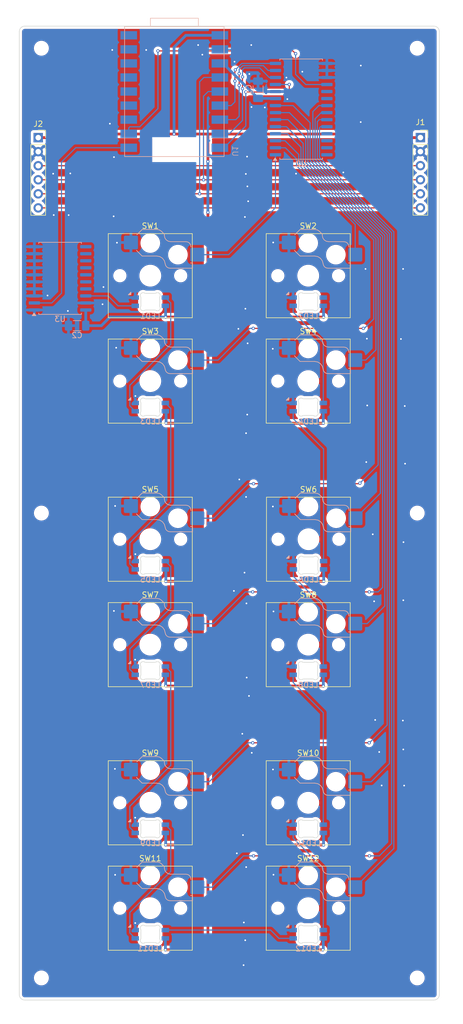
<source format=kicad_pcb>
(kicad_pcb (version 20241229) (generator "pcbnew") (generator_version "9.0")
  (layers (0 "F.Cu" signal) (2 "B.Cu" signal) (13 "F.Paste" user) (15 "B.Paste" user) (5 "F.SilkS" user "F.Silkscreen") (7 "B.SilkS" user "B.Silkscreen") (1 "F.Mask" user) (3 "B.Mask" user) (25 "Edge.Cuts" user))
  (net 0 "")
  (net 1 "Net-(J1-Pin_6)")
  (net 2 "Net-(U2-GPB0)")
  (net 4 "/~{MCP_RST}")
  (net 5 "Net-(U2-GPB1)")
  (net 7 "Net-(U2-GPB2)")
  (net 9 "Net-(U2-GPB3)")
  (net 14 "Net-(U2-GPB4)")
  (net 15 "Net-(U2-GPB5)")
  (net 16 "Net-(U2-GPB6)")
  (net 18 "Net-(U2-GPB7)")
  (net 19 "Net-(U2-GPA0)")
  (net 20 "Net-(U2-GPA1)")
  (net 21 "Net-(U2-GPA2)")
  (net 22 "Net-(U2-GPA3)")
  (net 23 "/MISO")
  (net 24 "/~{MCP_CS}")
  (net 25 "/MOSI")
  (net 26 "/SCK")
  (net 27 "Net-(LED1-DIN)")
  (net 28 "Net-(LED1-DOUT)")
  (net 30 "Net-(LED3-DOUT)")
  (net 32 "Net-(LED5-DOUT)")
  (net 34 "Net-(LED7-DOUT)")
  (net 37 "GND")
  (net 38 "5V")
  (net 39 "Net-(U1-V3V)")
  (net 40 "/SLC")
  (net 41 "/SDA")
  (net 42 "Net-(LED10-DIN)")
  (net 43 "Net-(LED10-DOUT)")
  (net 44 "Net-(LED11-DOUT)")
  (net 45 "Net-(U1-IO6)")
  (net 54 "Net-(LED2-DIN)")
  (net 55 "Net-(LED4-DIN)")
  (net 56 "Net-(LED6-DIN)")
  (net 57 "Net-(LED11-DIN)")
  (net 58 "Net-(J1-Pin_3)")
  (footprint "MountingHole:MountingHole_2.2mm_M2" (layer "F.Cu") (at 105.7625 25.044)
    (property "Reference" "H1" (hide yes))
    (property "Value" "MountingHole")
  )
  (footprint "PCM_Switch_Keyboard_Hotswap_Kailh:SW_Hotswap_Kailh_Choc_V1_1.50u" (layer "F.Cu") (at 154.0375 180.444)
    (property "Reference" "SW12")
    (property "Value" "SW_Push")
  )
  (footprint "MountingHole:MountingHole_2.2mm_M2" (layer "F.Cu") (at 105.7625 109.044)
    (property "Reference" "H3" (hide yes))
    (property "Value" "MountingHole")
  )
  (footprint "PCM_Switch_Keyboard_Hotswap_Kailh:SW_Hotswap_Kailh_Choc_V1_1.50u" (layer "F.Cu") (at 154.0375 85.194)
    (property "Reference" "SW4")
    (property "Value" "SW_Push")
  )
  (footprint "Tommy:PinSocket_1x06_P2.54mm_MagPogoHor_R" (layer "F.Cu") (at 106.4625 36.044)
    (property "Reference" "J2")
    (property "Value" "Conn_01x06")
  )
  (footprint "PCM_Switch_Keyboard_Hotswap_Kailh:SW_Hotswap_Kailh_Choc_V1_1.50u" (layer "F.Cu") (at 125.4625 66.144)
    (property "Reference" "SW1")
    (property "Value" "SW_Push")
  )
  (footprint "PCM_Switch_Keyboard_Hotswap_Kailh:SW_Hotswap_Kailh_Choc_V1_1.50u" (layer "F.Cu") (at 125.4625 180.444)
    (property "Reference" "SW11")
    (property "Value" "SW_Push")
  )
  (footprint "PCM_Switch_Keyboard_Hotswap_Kailh:SW_Hotswap_Kailh_Choc_V1_1.50u" (layer "F.Cu") (at 125.4625 132.819)
    (property "Reference" "SW7")
    (property "Value" "SW_Push")
  )
  (footprint "PCM_Switch_Keyboard_Hotswap_Kailh:SW_Hotswap_Kailh_Choc_V1_1.50u" (layer "F.Cu") (at 125.4625 85.194)
    (property "Reference" "SW3")
    (property "Value" "SW_Push")
  )
  (footprint "PCM_Switch_Keyboard_Hotswap_Kailh:SW_Hotswap_Kailh_Choc_V1_1.50u" (layer "F.Cu") (at 154.0375 161.394)
    (property "Reference" "SW10")
    (property "Value" "SW_Push")
  )
  (footprint "PCM_Switch_Keyboard_Hotswap_Kailh:SW_Hotswap_Kailh_Choc_V1_1.50u" (layer "F.Cu") (at 154.0375 66.144)
    (property "Reference" "SW2")
    (property "Value" "SW_Push")
  )
  (footprint "MountingHole:MountingHole_2.2mm_M2" (layer "F.Cu") (at 173.7625 109.044)
    (property "Reference" "H4" (hide yes))
    (property "Value" "MountingHole")
  )
  (footprint "PCM_Switch_Keyboard_Hotswap_Kailh:SW_Hotswap_Kailh_Choc_V1_1.50u" (layer "F.Cu") (at 154.0375 132.819)
    (property "Reference" "SW8")
    (property "Value" "SW_Push")
  )
  (footprint "PCM_Switch_Keyboard_Hotswap_Kailh:SW_Hotswap_Kailh_Choc_V1_1.50u" (layer "F.Cu") (at 154.0875 113.769)
    (property "Reference" "SW6")
    (property "Value" "SW_Push")
  )
  (footprint "MountingHole:MountingHole_2.2mm_M2" (layer "F.Cu") (at 173.7625 193.044)
    (property "Reference" "H6" (hide yes))
    (property "Value" "MountingHole")
  )
  (footprint "MountingHole:MountingHole_2.2mm_M2" (layer "F.Cu") (at 105.7625 193.044)
    (property "Reference" "H5" (hide yes))
    (property "Value" "MountingHole")
  )
  (footprint "Tommy:PinSocket_1x06_P2.54mm_MagPogoHor" (layer "F.Cu") (at 173.0575 36.034)
    (property "Reference" "J1")
    (property "Value" "Conn_01x06")
  )
  (footprint "PCM_Switch_Keyboard_Hotswap_Kailh:SW_Hotswap_Kailh_Choc_V1_1.50u" (layer "F.Cu") (at 125.4625 161.394)
    (property "Reference" "SW9")
    (property "Value" "SW_Push")
  )
  (footprint "PCM_Switch_Keyboard_Hotswap_Kailh:SW_Hotswap_Kailh_Choc_V1_1.50u" (layer "F.Cu") (at 125.4625 113.769)
    (property "Reference" "SW5")
    (property "Value" "SW_Push")
  )
  (footprint "MountingHole:MountingHole_2.2mm_M2" (layer "F.Cu") (at 173.7625 25.044)
    (property "Reference" "H2" (hide yes))
    (property "Value" "MountingHole")
  )
  (footprint "Package_SO:SOIC-20W_7.5x12.8mm_P1.27mm" (layer "B.Cu") (at 109.1425 66.624)
    (property "Reference" "U3")
    (property "Value" "74AHC541")
  )
  (footprint "PCM_marbastlib-choc:LED_choc_6028R-ROT" (layer "B.Cu") (at 125.4625 185.144)
    (property "Reference" "LED11")
    (property "Value" "SK6812MINI-E")
    (fp_line (start -1.699999 0.702843) (end -1.699999 -0.702841) (stroke (width 0.1)) (layer "Edge.Cuts"))
    (fp_line (start -0.794452 -1.499999) (end 0.794452 -1.499999) (stroke (width 0.1)) (layer "Edge.Cuts"))
    (fp_line (start 0.794452 1.5) (end -0.794453 1.5) (stroke (width 0.1)) (layer "Edge.Cuts"))
    (fp_line (start 1.699999 -0.702841) (end 1.699999 0.702843) (stroke (width 0.1)) (layer "Edge.Cuts"))
    (fp_arc (start -1.749484 -0.919719) (mid -1.712527 -0.814067) (end -1.699999 -0.702841) (stroke (width 0.1)) (layer "Edge.Cuts"))
    (fp_arc (start -1.749484 -0.919718) (mid -1.638072 -1.504034) (end -1.046711 -1.568298) (stroke (width 0.1)) (layer "Edge.Cuts"))
    (fp_arc (start -1.699999 0.702844) (mid -1.712527 0.814069) (end -1.749484 0.919721) (stroke (width 0.1)) (layer "Edge.Cuts"))
    (fp_arc (start -1.046711 1.568299) (mid -1.638071 1.504035) (end -1.749484 0.919721) (stroke (width 0.1)) (layer "Edge.Cuts"))
    (fp_arc (start -1.046711 1.568299) (mid -0.925123 1.517377) (end -0.794453 1.5) (stroke (width 0.1)) (layer "Edge.Cuts"))
    (fp_arc (start -0.794452 -1.499999) (mid -0.925123 -1.517376) (end -1.046711 -1.568298) (stroke (width 0.1)) (layer "Edge.Cuts"))
    (fp_arc (start 0.794453 1.500001) (mid 0.925123 1.517378) (end 1.046711 1.5683) (stroke (width 0.1)) (layer "Edge.Cuts"))
    (fp_arc (start 1.04671 -1.568298) (mid 0.925122 -1.517376) (end 0.794452 -1.499999) (stroke (width 0.1)) (layer "Edge.Cuts"))
    (fp_arc (start 1.046711 -1.568296) (mid 1.63807 -1.504033) (end 1.749484 -0.919719) (stroke (width 0.1)) (layer "Edge.Cuts"))
    (fp_arc (start 1.699999 -0.702842) (mid 1.712536 -0.814064) (end 1.749484 -0.919719) (stroke (width 0.1)) (layer "Edge.Cuts"))
    (fp_arc (start 1.749484 0.919721) (mid 1.638072 1.504036) (end 1.046711 1.5683) (stroke (width 0.1)) (layer "Edge.Cuts"))
    (fp_arc (start 1.749484 0.919721) (mid 1.712526 0.814069) (end 1.699999 0.702843) (stroke (width 0.1)) (layer "Edge.Cuts"))
  )
  (footprint "PCM_marbastlib-choc:LED_choc_6028R-ROT" (layer "B.Cu") (at 125.4625 137.519)
    (property "Reference" "LED7")
    (property "Value" "SK6812MINI-E")
    (fp_line (start -1.699999 0.702843) (end -1.699999 -0.702841) (stroke (width 0.1)) (layer "Edge.Cuts"))
    (fp_line (start -0.794452 -1.499999) (end 0.794452 -1.499999) (stroke (width 0.1)) (layer "Edge.Cuts"))
    (fp_line (start 0.794452 1.5) (end -0.794453 1.5) (stroke (width 0.1)) (layer "Edge.Cuts"))
    (fp_line (start 1.699999 -0.702841) (end 1.699999 0.702843) (stroke (width 0.1)) (layer "Edge.Cuts"))
    (fp_arc (start -1.749484 -0.919719) (mid -1.712527 -0.814067) (end -1.699999 -0.702841) (stroke (width 0.1)) (layer "Edge.Cuts"))
    (fp_arc (start -1.749484 -0.919718) (mid -1.638072 -1.504034) (end -1.046711 -1.568298) (stroke (width 0.1)) (layer "Edge.Cuts"))
    (fp_arc (start -1.699999 0.702844) (mid -1.712527 0.814069) (end -1.749484 0.919721) (stroke (width 0.1)) (layer "Edge.Cuts"))
    (fp_arc (start -1.046711 1.568299) (mid -1.638071 1.504035) (end -1.749484 0.919721) (stroke (width 0.1)) (layer "Edge.Cuts"))
    (fp_arc (start -1.046711 1.568299) (mid -0.925123 1.517377) (end -0.794453 1.5) (stroke (width 0.1)) (layer "Edge.Cuts"))
    (fp_arc (start -0.794452 -1.499999) (mid -0.925123 -1.517376) (end -1.046711 -1.568298) (stroke (width 0.1)) (layer "Edge.Cuts"))
    (fp_arc (start 0.794453 1.500001) (mid 0.925123 1.517378) (end 1.046711 1.5683) (stroke (width 0.1)) (layer "Edge.Cuts"))
    (fp_arc (start 1.04671 -1.568298) (mid 0.925122 -1.517376) (end 0.794452 -1.499999) (stroke (width 0.1)) (layer "Edge.Cuts"))
    (fp_arc (start 1.046711 -1.568296) (mid 1.63807 -1.504033) (end 1.749484 -0.919719) (stroke (width 0.1)) (layer "Edge.Cuts"))
    (fp_arc (start 1.699999 -0.702842) (mid 1.712536 -0.814064) (end 1.749484 -0.919719) (stroke (width 0.1)) (layer "Edge.Cuts"))
    (fp_arc (start 1.749484 0.919721) (mid 1.638072 1.504036) (end 1.046711 1.5683) (stroke (width 0.1)) (layer "Edge.Cuts"))
    (fp_arc (start 1.749484 0.919721) (mid 1.712526 0.814069) (end 1.699999 0.702843) (stroke (width 0.1)) (layer "Edge.Cuts"))
  )
  (footprint "PCM_marbastlib-choc:LED_choc_6028R-ROT" (layer "B.Cu") (at 125.4625 118.469)
    (property "Reference" "LED5")
    (property "Value" "SK6812MINI-E")
    (fp_line (start -1.699999 0.702843) (end -1.699999 -0.702841) (stroke (width 0.1)) (layer "Edge.Cuts"))
    (fp_line (start -0.794452 -1.499999) (end 0.794452 -1.499999) (stroke (width 0.1)) (layer "Edge.Cuts"))
    (fp_line (start 0.794452 1.5) (end -0.794453 1.5) (stroke (width 0.1)) (layer "Edge.Cuts"))
    (fp_line (start 1.699999 -0.702841) (end 1.699999 0.702843) (stroke (width 0.1)) (layer "Edge.Cuts"))
    (fp_arc (start -1.749484 -0.919719) (mid -1.712527 -0.814067) (end -1.699999 -0.702841) (stroke (width 0.1)) (layer "Edge.Cuts"))
    (fp_arc (start -1.749484 -0.919718) (mid -1.638072 -1.504034) (end -1.046711 -1.568298) (stroke (width 0.1)) (layer "Edge.Cuts"))
    (fp_arc (start -1.699999 0.702844) (mid -1.712527 0.814069) (end -1.749484 0.919721) (stroke (width 0.1)) (layer "Edge.Cuts"))
    (fp_arc (start -1.046711 1.568299) (mid -1.638071 1.504035) (end -1.749484 0.919721) (stroke (width 0.1)) (layer "Edge.Cuts"))
    (fp_arc (start -1.046711 1.568299) (mid -0.925123 1.517377) (end -0.794453 1.5) (stroke (width 0.1)) (layer "Edge.Cuts"))
    (fp_arc (start -0.794452 -1.499999) (mid -0.925123 -1.517376) (end -1.046711 -1.568298) (stroke (width 0.1)) (layer "Edge.Cuts"))
    (fp_arc (start 0.794453 1.500001) (mid 0.925123 1.517378) (end 1.046711 1.5683) (stroke (width 0.1)) (layer "Edge.Cuts"))
    (fp_arc (start 1.04671 -1.568298) (mid 0.925122 -1.517376) (end 0.794452 -1.499999) (stroke (width 0.1)) (layer "Edge.Cuts"))
    (fp_arc (start 1.046711 -1.568296) (mid 1.63807 -1.504033) (end 1.749484 -0.919719) (stroke (width 0.1)) (layer "Edge.Cuts"))
    (fp_arc (start 1.699999 -0.702842) (mid 1.712536 -0.814064) (end 1.749484 -0.919719) (stroke (width 0.1)) (layer "Edge.Cuts"))
    (fp_arc (start 1.749484 0.919721) (mid 1.638072 1.504036) (end 1.046711 1.5683) (stroke (width 0.1)) (layer "Edge.Cuts"))
    (fp_arc (start 1.749484 0.919721) (mid 1.712526 0.814069) (end 1.699999 0.702843) (stroke (width 0.1)) (layer "Edge.Cuts"))
  )
  (footprint "PCM_marbastlib-choc:LED_choc_6028R-ROT" (layer "B.Cu") (at 154.0375 70.844)
    (property "Reference" "LED2")
    (property "Value" "SK6812MINI-E")
    (fp_line (start -1.699999 0.702843) (end -1.699999 -0.702841) (stroke (width 0.1)) (layer "Edge.Cuts"))
    (fp_line (start -0.794452 -1.499999) (end 0.794452 -1.499999) (stroke (width 0.1)) (layer "Edge.Cuts"))
    (fp_line (start 0.794452 1.5) (end -0.794453 1.5) (stroke (width 0.1)) (layer "Edge.Cuts"))
    (fp_line (start 1.699999 -0.702841) (end 1.699999 0.702843) (stroke (width 0.1)) (layer "Edge.Cuts"))
    (fp_arc (start -1.749484 -0.919719) (mid -1.712527 -0.814067) (end -1.699999 -0.702841) (stroke (width 0.1)) (layer "Edge.Cuts"))
    (fp_arc (start -1.749484 -0.919718) (mid -1.638072 -1.504034) (end -1.046711 -1.568298) (stroke (width 0.1)) (layer "Edge.Cuts"))
    (fp_arc (start -1.699999 0.702844) (mid -1.712527 0.814069) (end -1.749484 0.919721) (stroke (width 0.1)) (layer "Edge.Cuts"))
    (fp_arc (start -1.046711 1.568299) (mid -1.638071 1.504035) (end -1.749484 0.919721) (stroke (width 0.1)) (layer "Edge.Cuts"))
    (fp_arc (start -1.046711 1.568299) (mid -0.925123 1.517377) (end -0.794453 1.5) (stroke (width 0.1)) (layer "Edge.Cuts"))
    (fp_arc (start -0.794452 -1.499999) (mid -0.925123 -1.517376) (end -1.046711 -1.568298) (stroke (width 0.1)) (layer "Edge.Cuts"))
    (fp_arc (start 0.794453 1.500001) (mid 0.925123 1.517378) (end 1.046711 1.5683) (stroke (width 0.1)) (layer "Edge.Cuts"))
    (fp_arc (start 1.04671 -1.568298) (mid 0.925122 -1.517376) (end 0.794452 -1.499999) (stroke (width 0.1)) (layer "Edge.Cuts"))
    (fp_arc (start 1.046711 -1.568296) (mid 1.63807 -1.504033) (end 1.749484 -0.919719) (stroke (width 0.1)) (layer "Edge.Cuts"))
    (fp_arc (start 1.699999 -0.702842) (mid 1.712536 -0.814064) (end 1.749484 -0.919719) (stroke (width 0.1)) (layer "Edge.Cuts"))
    (fp_arc (start 1.749484 0.919721) (mid 1.638072 1.504036) (end 1.046711 1.5683) (stroke (width 0.1)) (layer "Edge.Cuts"))
    (fp_arc (start 1.749484 0.919721) (mid 1.712526 0.814069) (end 1.699999 0.702843) (stroke (width 0.1)) (layer "Edge.Cuts"))
  )
  (footprint "PCM_marbastlib-choc:LED_choc_6028R-ROT" (layer "B.Cu") (at 154.0375 137.519)
    (property "Reference" "LED8")
    (property "Value" "SK6812MINI-E")
    (fp_line (start -1.699999 0.702843) (end -1.699999 -0.702841) (stroke (width 0.1)) (layer "Edge.Cuts"))
    (fp_line (start -0.794452 -1.499999) (end 0.794452 -1.499999) (stroke (width 0.1)) (layer "Edge.Cuts"))
    (fp_line (start 0.794452 1.5) (end -0.794453 1.5) (stroke (width 0.1)) (layer "Edge.Cuts"))
    (fp_line (start 1.699999 -0.702841) (end 1.699999 0.702843) (stroke (width 0.1)) (layer "Edge.Cuts"))
    (fp_arc (start -1.749484 -0.919719) (mid -1.712527 -0.814067) (end -1.699999 -0.702841) (stroke (width 0.1)) (layer "Edge.Cuts"))
    (fp_arc (start -1.749484 -0.919718) (mid -1.638072 -1.504034) (end -1.046711 -1.568298) (stroke (width 0.1)) (layer "Edge.Cuts"))
    (fp_arc (start -1.699999 0.702844) (mid -1.712527 0.814069) (end -1.749484 0.919721) (stroke (width 0.1)) (layer "Edge.Cuts"))
    (fp_arc (start -1.046711 1.568299) (mid -1.638071 1.504035) (end -1.749484 0.919721) (stroke (width 0.1)) (layer "Edge.Cuts"))
    (fp_arc (start -1.046711 1.568299) (mid -0.925123 1.517377) (end -0.794453 1.5) (stroke (width 0.1)) (layer "Edge.Cuts"))
    (fp_arc (start -0.794452 -1.499999) (mid -0.925123 -1.517376) (end -1.046711 -1.568298) (stroke (width 0.1)) (layer "Edge.Cuts"))
    (fp_arc (start 0.794453 1.500001) (mid 0.925123 1.517378) (end 1.046711 1.5683) (stroke (width 0.1)) (layer "Edge.Cuts"))
    (fp_arc (start 1.04671 -1.568298) (mid 0.925122 -1.517376) (end 0.794452 -1.499999) (stroke (width 0.1)) (layer "Edge.Cuts"))
    (fp_arc (start 1.046711 -1.568296) (mid 1.63807 -1.504033) (end 1.749484 -0.919719) (stroke (width 0.1)) (layer "Edge.Cuts"))
    (fp_arc (start 1.699999 -0.702842) (mid 1.712536 -0.814064) (end 1.749484 -0.919719) (stroke (width 0.1)) (layer "Edge.Cuts"))
    (fp_arc (start 1.749484 0.919721) (mid 1.638072 1.504036) (end 1.046711 1.5683) (stroke (width 0.1)) (layer "Edge.Cuts"))
    (fp_arc (start 1.749484 0.919721) (mid 1.712526 0.814069) (end 1.699999 0.702843) (stroke (width 0.1)) (layer "Edge.Cuts"))
  )
  (footprint "Capacitor_SMD:C_1206_3216Metric_Pad1.33x1.80mm_HandSolder" (layer "B.Cu") (at 144.9625 32.544 90)
    (property "Reference" "C1")
    (property "Value" "0.1uF")
  )
  (footprint "Package_SO:SOIC-28W_7.5x17.9mm_P1.27mm" (layer "B.Cu") (at 152.7625 36.044)
    (property "Reference" "U2")
    (property "Value" "MCP23S17_SO")
  )
  (footprint "PCM_marbastlib-choc:LED_choc_6028R-ROT" (layer "B.Cu") (at 154.0375 89.894)
    (property "Reference" "LED4")
    (property "Value" "SK6812MINI-E")
    (fp_line (start -1.699999 0.702843) (end -1.699999 -0.702841) (stroke (width 0.1)) (layer "Edge.Cuts"))
    (fp_line (start -0.794452 -1.499999) (end 0.794452 -1.499999) (stroke (width 0.1)) (layer "Edge.Cuts"))
    (fp_line (start 0.794452 1.5) (end -0.794453 1.5) (stroke (width 0.1)) (layer "Edge.Cuts"))
    (fp_line (start 1.699999 -0.702841) (end 1.699999 0.702843) (stroke (width 0.1)) (layer "Edge.Cuts"))
    (fp_arc (start -1.749484 -0.919719) (mid -1.712527 -0.814067) (end -1.699999 -0.702841) (stroke (width 0.1)) (layer "Edge.Cuts"))
    (fp_arc (start -1.749484 -0.919718) (mid -1.638072 -1.504034) (end -1.046711 -1.568298) (stroke (width 0.1)) (layer "Edge.Cuts"))
    (fp_arc (start -1.699999 0.702844) (mid -1.712527 0.814069) (end -1.749484 0.919721) (stroke (width 0.1)) (layer "Edge.Cuts"))
    (fp_arc (start -1.046711 1.568299) (mid -1.638071 1.504035) (end -1.749484 0.919721) (stroke (width 0.1)) (layer "Edge.Cuts"))
    (fp_arc (start -1.046711 1.568299) (mid -0.925123 1.517377) (end -0.794453 1.5) (stroke (width 0.1)) (layer "Edge.Cuts"))
    (fp_arc (start -0.794452 -1.499999) (mid -0.925123 -1.517376) (end -1.046711 -1.568298) (stroke (width 0.1)) (layer "Edge.Cuts"))
    (fp_arc (start 0.794453 1.500001) (mid 0.925123 1.517378) (end 1.046711 1.5683) (stroke (width 0.1)) (layer "Edge.Cuts"))
    (fp_arc (start 1.04671 -1.568298) (mid 0.925122 -1.517376) (end 0.794452 -1.499999) (stroke (width 0.1)) (layer "Edge.Cuts"))
    (fp_arc (start 1.046711 -1.568296) (mid 1.63807 -1.504033) (end 1.749484 -0.919719) (stroke (width 0.1)) (layer "Edge.Cuts"))
    (fp_arc (start 1.699999 -0.702842) (mid 1.712536 -0.814064) (end 1.749484 -0.919719) (stroke (width 0.1)) (layer "Edge.Cuts"))
    (fp_arc (start 1.749484 0.919721) (mid 1.638072 1.504036) (end 1.046711 1.5683) (stroke (width 0.1)) (layer "Edge.Cuts"))
    (fp_arc (start 1.749484 0.919721) (mid 1.712526 0.814069) (end 1.699999 0.702843) (stroke (width 0.1)) (layer "Edge.Cuts"))
  )
  (footprint "PCM_marbastlib-choc:LED_choc_6028R-ROT" (layer "B.Cu") (at 125.4625 70.844)
    (property "Reference" "LED1")
    (property "Value" "SK6812MINI-E")
    (fp_line (start -1.699999 0.702843) (end -1.699999 -0.702841) (stroke (width 0.1)) (layer "Edge.Cuts"))
    (fp_line (start -0.794452 -1.499999) (end 0.794452 -1.499999) (stroke (width 0.1)) (layer "Edge.Cuts"))
    (fp_line (start 0.794452 1.5) (end -0.794453 1.5) (stroke (width 0.1)) (layer "Edge.Cuts"))
    (fp_line (start 1.699999 -0.702841) (end 1.699999 0.702843) (stroke (width 0.1)) (layer "Edge.Cuts"))
    (fp_arc (start -1.749484 -0.919719) (mid -1.712527 -0.814067) (end -1.699999 -0.702841) (stroke (width 0.1)) (layer "Edge.Cuts"))
    (fp_arc (start -1.749484 -0.919718) (mid -1.638072 -1.504034) (end -1.046711 -1.568298) (stroke (width 0.1)) (layer "Edge.Cuts"))
    (fp_arc (start -1.699999 0.702844) (mid -1.712527 0.814069) (end -1.749484 0.919721) (stroke (width 0.1)) (layer "Edge.Cuts"))
    (fp_arc (start -1.046711 1.568299) (mid -1.638071 1.504035) (end -1.749484 0.919721) (stroke (width 0.1)) (layer "Edge.Cuts"))
    (fp_arc (start -1.046711 1.568299) (mid -0.925123 1.517377) (end -0.794453 1.5) (stroke (width 0.1)) (layer "Edge.Cuts"))
    (fp_arc (start -0.794452 -1.499999) (mid -0.925123 -1.517376) (end -1.046711 -1.568298) (stroke (width 0.1)) (layer "Edge.Cuts"))
    (fp_arc (start 0.794453 1.500001) (mid 0.925123 1.517378) (end 1.046711 1.5683) (stroke (width 0.1)) (layer "Edge.Cuts"))
    (fp_arc (start 1.04671 -1.568298) (mid 0.925122 -1.517376) (end 0.794452 -1.499999) (stroke (width 0.1)) (layer "Edge.Cuts"))
    (fp_arc (start 1.046711 -1.568296) (mid 1.63807 -1.504033) (end 1.749484 -0.919719) (stroke (width 0.1)) (layer "Edge.Cuts"))
    (fp_arc (start 1.699999 -0.702842) (mid 1.712536 -0.814064) (end 1.749484 -0.919719) (stroke (width 0.1)) (layer "Edge.Cuts"))
    (fp_arc (start 1.749484 0.919721) (mid 1.638072 1.504036) (end 1.046711 1.5683) (stroke (width 0.1)) (layer "Edge.Cuts"))
    (fp_arc (start 1.749484 0.919721) (mid 1.712526 0.814069) (end 1.699999 0.702843) (stroke (width 0.1)) (layer "Edge.Cuts"))
  )
  (footprint "PCM_marbastlib-choc:LED_choc_6028R-ROT" (layer "B.Cu") (at 154.0375 185.144)
    (property "Reference" "LED12")
    (property "Value" "SK6812MINI-E")
    (fp_line (start -1.699999 0.702843) (end -1.699999 -0.702841) (stroke (width 0.1)) (layer "Edge.Cuts"))
    (fp_line (start -0.794452 -1.499999) (end 0.794452 -1.499999) (stroke (width 0.1)) (layer "Edge.Cuts"))
    (fp_line (start 0.794452 1.5) (end -0.794453 1.5) (stroke (width 0.1)) (layer "Edge.Cuts"))
    (fp_line (start 1.699999 -0.702841) (end 1.699999 0.702843) (stroke (width 0.1)) (layer "Edge.Cuts"))
    (fp_arc (start -1.749484 -0.919719) (mid -1.712527 -0.814067) (end -1.699999 -0.702841) (stroke (width 0.1)) (layer "Edge.Cuts"))
    (fp_arc (start -1.749484 -0.919718) (mid -1.638072 -1.504034) (end -1.046711 -1.568298) (stroke (width 0.1)) (layer "Edge.Cuts"))
    (fp_arc (start -1.699999 0.702844) (mid -1.712527 0.814069) (end -1.749484 0.919721) (stroke (width 0.1)) (layer "Edge.Cuts"))
    (fp_arc (start -1.046711 1.568299) (mid -1.638071 1.504035) (end -1.749484 0.919721) (stroke (width 0.1)) (layer "Edge.Cuts"))
    (fp_arc (start -1.046711 1.568299) (mid -0.925123 1.517377) (end -0.794453 1.5) (stroke (width 0.1)) (layer "Edge.Cuts"))
    (fp_arc (start -0.794452 -1.499999) (mid -0.925123 -1.517376) (end -1.046711 -1.568298) (stroke (width 0.1)) (layer "Edge.Cuts"))
    (fp_arc (start 0.794453 1.500001) (mid 0.925123 1.517378) (end 1.046711 1.5683) (stroke (width 0.1)) (layer "Edge.Cuts"))
    (fp_arc (start 1.04671 -1.568298) (mid 0.925122 -1.517376) (end 0.794452 -1.499999) (stroke (width 0.1)) (layer "Edge.Cuts"))
    (fp_arc (start 1.046711 -1.568296) (mid 1.63807 -1.504033) (end 1.749484 -0.919719) (stroke (width 0.1)) (layer "Edge.Cuts"))
    (fp_arc (start 1.699999 -0.702842) (mid 1.712536 -0.814064) (end 1.749484 -0.919719) (stroke (width 0.1)) (layer "Edge.Cuts"))
    (fp_arc (start 1.749484 0.919721) (mid 1.638072 1.504036) (end 1.046711 1.5683) (stroke (width 0.1)) (layer "Edge.Cuts"))
    (fp_arc (start 1.749484 0.919721) (mid 1.712526 0.814069) (end 1.699999 0.702843) (stroke (width 0.1)) (layer "Edge.Cuts"))
  )
  (footprint "PCM_marbastlib-choc:LED_choc_6028R-ROT" (layer "B.Cu") (at 154.0875 118.469)
    (property "Reference" "LED6")
    (property "Value" "SK6812MINI-E")
    (fp_line (start -1.699999 0.702843) (end -1.699999 -0.702841) (stroke (width 0.1)) (layer "Edge.Cuts"))
    (fp_line (start -0.794452 -1.499999) (end 0.794452 -1.499999) (stroke (width 0.1)) (layer "Edge.Cuts"))
    (fp_line (start 0.794452 1.5) (end -0.794453 1.5) (stroke (width 0.1)) (layer "Edge.Cuts"))
    (fp_line (start 1.699999 -0.702841) (end 1.699999 0.702843) (stroke (width 0.1)) (layer "Edge.Cuts"))
    (fp_arc (start -1.749484 -0.919719) (mid -1.712527 -0.814067) (end -1.699999 -0.702841) (stroke (width 0.1)) (layer "Edge.Cuts"))
    (fp_arc (start -1.749484 -0.919718) (mid -1.638072 -1.504034) (end -1.046711 -1.568298) (stroke (width 0.1)) (layer "Edge.Cuts"))
    (fp_arc (start -1.699999 0.702844) (mid -1.712527 0.814069) (end -1.749484 0.919721) (stroke (width 0.1)) (layer "Edge.Cuts"))
    (fp_arc (start -1.046711 1.568299) (mid -1.638071 1.504035) (end -1.749484 0.919721) (stroke (width 0.1)) (layer "Edge.Cuts"))
    (fp_arc (start -1.046711 1.568299) (mid -0.925123 1.517377) (end -0.794453 1.5) (stroke (width 0.1)) (layer "Edge.Cuts"))
    (fp_arc (start -0.794452 -1.499999) (mid -0.925123 -1.517376) (end -1.046711 -1.568298) (stroke (width 0.1)) (layer "Edge.Cuts"))
    (fp_arc (start 0.794453 1.500001) (mid 0.925123 1.517378) (end 1.046711 1.5683) (stroke (width 0.1)) (layer "Edge.Cuts"))
    (fp_arc (start 1.04671 -1.568298) (mid 0.925122 -1.517376) (end 0.794452 -1.499999) (stroke (width 0.1)) (layer "Edge.Cuts"))
    (fp_arc (start 1.046711 -1.568296) (mid 1.63807 -1.504033) (end 1.749484 -0.919719) (stroke (width 0.1)) (layer "Edge.Cuts"))
    (fp_arc (start 1.699999 -0.702842) (mid 1.712536 -0.814064) (end 1.749484 -0.919719) (stroke (width 0.1)) (layer "Edge.Cuts"))
    (fp_arc (start 1.749484 0.919721) (mid 1.638072 1.504036) (end 1.046711 1.5683) (stroke (width 0.1)) (layer "Edge.Cuts"))
    (fp_arc (start 1.749484 0.919721) (mid 1.712526 0.814069) (end 1.699999 0.702843) (stroke (width 0.1)) (layer "Edge.Cuts"))
  )
  (footprint "JonathanAdams-Waveshare-ESP32:Waveshare-ESP32-C3-Zero" (layer "B.Cu") (at 130.3125 32.614 180)
    (property "Reference" "U1")
    (property "Value" "ESP32-C3")
  )
  (footprint "PCM_marbastlib-choc:LED_choc_6028R-ROT" (layer "B.Cu") (at 125.4625 89.894)
    (property "Reference" "LED3")
    (property "Value" "SK6812MINI-E")
    (fp_line (start -1.699999 0.702843) (end -1.699999 -0.702841) (stroke (width 0.1)) (layer "Edge.Cuts"))
    (fp_line (start -0.794452 -1.499999) (end 0.794452 -1.499999) (stroke (width 0.1)) (layer "Edge.Cuts"))
    (fp_line (start 0.794452 1.5) (end -0.794453 1.5) (stroke (width 0.1)) (layer "Edge.Cuts"))
    (fp_line (start 1.699999 -0.702841) (end 1.699999 0.702843) (stroke (width 0.1)) (layer "Edge.Cuts"))
    (fp_arc (start -1.749484 -0.919719) (mid -1.712527 -0.814067) (end -1.699999 -0.702841) (stroke (width 0.1)) (layer "Edge.Cuts"))
    (fp_arc (start -1.749484 -0.919718) (mid -1.638072 -1.504034) (end -1.046711 -1.568298) (stroke (width 0.1)) (layer "Edge.Cuts"))
    (fp_arc (start -1.699999 0.702844) (mid -1.712527 0.814069) (end -1.749484 0.919721) (stroke (width 0.1)) (layer "Edge.Cuts"))
    (fp_arc (start -1.046711 1.568299) (mid -1.638071 1.504035) (end -1.749484 0.919721) (stroke (width 0.1)) (layer "Edge.Cuts"))
    (fp_arc (start -1.046711 1.568299) (mid -0.925123 1.517377) (end -0.794453 1.5) (stroke (width 0.1)) (layer "Edge.Cuts"))
    (fp_arc (start -0.794452 -1.499999) (mid -0.925123 -1.517376) (end -1.046711 -1.568298) (stroke (width 0.1)) (layer "Edge.Cuts"))
    (fp_arc (start 0.794453 1.500001) (mid 0.925123 1.517378) (end 1.046711 1.5683) (stroke (width 0.1)) (layer "Edge.Cuts"))
    (fp_arc (start 1.04671 -1.568298) (mid 0.925122 -1.517376) (end 0.794452 -1.499999) (stroke (width 0.1)) (layer "Edge.Cuts"))
    (fp_arc (start 1.046711 -1.568296) (mid 1.63807 -1.504033) (end 1.749484 -0.919719) (stroke (width 0.1)) (layer "Edge.Cuts"))
    (fp_arc (start 1.699999 -0.702842) (mid 1.712536 -0.814064) (end 1.749484 -0.919719) (stroke (width 0.1)) (layer "Edge.Cuts"))
    (fp_arc (start 1.749484 0.919721) (mid 1.638072 1.504036) (end 1.046711 1.5683) (stroke (width 0.1)) (layer "Edge.Cuts"))
    (fp_arc (start 1.749484 0.919721) (mid 1.712526 0.814069) (end 1.699999 0.702843) (stroke (width 0.1)) (layer "Edge.Cuts"))
  )
  (footprint "PCM_marbastlib-choc:LED_choc_6028R-ROT" (layer "B.Cu") (at 125.4625 166.094)
    (property "Reference" "LED9")
    (property "Value" "SK6812MINI-E")
    (fp_line (start -1.699999 0.702843) (end -1.699999 -0.702841) (stroke (width 0.1)) (layer "Edge.Cuts"))
    (fp_line (start -0.794452 -1.499999) (end 0.794452 -1.499999) (stroke (width 0.1)) (layer "Edge.Cuts"))
    (fp_line (start 0.794452 1.5) (end -0.794453 1.5) (stroke (width 0.1)) (layer "Edge.Cuts"))
    (fp_line (start 1.699999 -0.702841) (end 1.699999 0.702843) (stroke (width 0.1)) (layer "Edge.Cuts"))
    (fp_arc (start -1.749484 -0.919719) (mid -1.712527 -0.814067) (end -1.699999 -0.702841) (stroke (width 0.1)) (layer "Edge.Cuts"))
    (fp_arc (start -1.749484 -0.919718) (mid -1.638072 -1.504034) (end -1.046711 -1.568298) (stroke (width 0.1)) (layer "Edge.Cuts"))
    (fp_arc (start -1.699999 0.702844) (mid -1.712527 0.814069) (end -1.749484 0.919721) (stroke (width 0.1)) (layer "Edge.Cuts"))
    (fp_arc (start -1.046711 1.568299) (mid -1.638071 1.504035) (end -1.749484 0.919721) (stroke (width 0.1)) (layer "Edge.Cuts"))
    (fp_arc (start -1.046711 1.568299) (mid -0.925123 1.517377) (end -0.794453 1.5) (stroke (width 0.1)) (layer "Edge.Cuts"))
    (fp_arc (start -0.794452 -1.499999) (mid -0.925123 -1.517376) (end -1.046711 -1.568298) (stroke (width 0.1)) (layer "Edge.Cuts"))
    (fp_arc (start 0.794453 1.500001) (mid 0.925123 1.517378) (end 1.046711 1.5683) (stroke (width 0.1)) (layer "Edge.Cuts"))
    (fp_arc (start 1.04671 -1.568298) (mid 0.925122 -1.517376) (end 0.794452 -1.499999) (stroke (width 0.1)) (layer "Edge.Cuts"))
    (fp_arc (start 1.046711 -1.568296) (mid 1.63807 -1.504033) (end 1.749484 -0.919719) (stroke (width 0.1)) (layer "Edge.Cuts"))
    (fp_arc (start 1.699999 -0.702842) (mid 1.712536 -0.814064) (end 1.749484 -0.919719) (stroke (width 0.1)) (layer "Edge.Cuts"))
    (fp_arc (start 1.749484 0.919721) (mid 1.638072 1.504036) (end 1.046711 1.5683) (stroke (width 0.1)) (layer "Edge.Cuts"))
    (fp_arc (start 1.749484 0.919721) (mid 1.712526 0.814069) (end 1.699999 0.702843) (stroke (width 0.1)) (layer "Edge.Cuts"))
  )
  (footprint "PCM_marbastlib-choc:LED_choc_6028R-ROT" (layer "B.Cu") (at 154.0375 166.094)
    (property "Reference" "LED10")
    (property "Value" "SK6812MINI-E")
    (fp_line (start -1.699999 0.702843) (end -1.699999 -0.702841) (stroke (width 0.1)) (layer "Edge.Cuts"))
    (fp_line (start -0.794452 -1.499999) (end 0.794452 -1.499999) (stroke (width 0.1)) (layer "Edge.Cuts"))
    (fp_line (start 0.794452 1.5) (end -0.794453 1.5) (stroke (width 0.1)) (layer "Edge.Cuts"))
    (fp_line (start 1.699999 -0.702841) (end 1.699999 0.702843) (stroke (width 0.1)) (layer "Edge.Cuts"))
    (fp_arc (start -1.749484 -0.919719) (mid -1.712527 -0.814067) (end -1.699999 -0.702841) (stroke (width 0.1)) (layer "Edge.Cuts"))
    (fp_arc (start -1.749484 -0.919718) (mid -1.638072 -1.504034) (end -1.046711 -1.568298) (stroke (width 0.1)) (layer "Edge.Cuts"))
    (fp_arc (start -1.699999 0.702844) (mid -1.712527 0.814069) (end -1.749484 0.919721) (stroke (width 0.1)) (layer "Edge.Cuts"))
    (fp_arc (start -1.046711 1.568299) (mid -1.638071 1.504035) (end -1.749484 0.919721) (stroke (width 0.1)) (layer "Edge.Cuts"))
    (fp_arc (start -1.046711 1.568299) (mid -0.925123 1.517377) (end -0.794453 1.5) (stroke (width 0.1)) (layer "Edge.Cuts"))
    (fp_arc (start -0.794452 -1.499999) (mid -0.925123 -1.517376) (end -1.046711 -1.568298) (stroke (width 0.1)) (layer "Edge.Cuts"))
    (fp_arc (start 0.794453 1.500001) (mid 0.925123 1.517378) (end 1.046711 1.5683) (stroke (width 0.1)) (layer "Edge.Cuts"))
    (fp_arc (start 1.04671 -1.568298) (mid 0.925122 -1.517376) (end 0.794452 -1.499999) (stroke (width 0.1)) (layer "Edge.Cuts"))
    (fp_arc (start 1.046711 -1.568296) (mid 1.63807 -1.504033) (end 1.749484 -0.919719) (stroke (width 0.1)) (layer "Edge.Cuts"))
    (fp_arc (start 1.699999 -0.702842) (mid 1.712536 -0.814064) (end 1.749484 -0.919719) (stroke (width 0.1)) (layer "Edge.Cuts"))
    (fp_arc (start 1.749484 0.919721) (mid 1.638072 1.504036) (end 1.046711 1.5683) (stroke (width 0.1)) (layer "Edge.Cuts"))
    (fp_arc (start 1.749484 0.919721) (mid 1.712526 0.814069) (end 1.699999 0.702843) (stroke (width 0.1)) (layer "Edge.Cuts"))
  )
  (footprint "Capacitor_SMD:C_1206_3216Metric_Pad1.33x1.80mm_HandSolder" (layer "B.Cu") (at 112.225 75.174 180)
    (property "Reference" "C2")
    (property "Value" "0.1uF")
  )
  (gr_arc (start 101.7625 22.044) (mid 102.055393 21.336893) (end 102.7625 21.044) (stroke (width 0.1)) (layer "Edge.Cuts"))
  (gr_arc (start 102.7625 197.044) (mid 102.055393 196.751107) (end 101.7625 196.044) (stroke (width 0.1)) (layer "Edge.Cuts"))
  (gr_line (start 101.7625 196.044) (end 101.7625 22.044) (stroke (width 0.1)) (layer "Edge.Cuts"))
  (gr_line (start 102.7625 21.044) (end 176.7625 21.044) (stroke (width 0.1)) (layer "Edge.Cuts"))
  (gr_line (start 177.7625 22.044) (end 177.7625 196.044) (stroke (width 0.1)) (layer "Edge.Cuts"))
  (gr_arc (start 176.7625 21.044) (mid 177.469607 21.336893) (end 177.7625 22.044) (stroke (width 0.1)) (layer "Edge.Cuts"))
  (gr_arc (start 177.7625 196.044) (mid 177.469607 196.751107) (end 176.7625 197.044) (stroke (width 0.1)) (layer "Edge.Cuts"))
  (gr_line (start 176.7625 197.044) (end 102.7625 197.044) (stroke (width 0.1)) (layer "Edge.Cuts"))
  (segment (start 174.0225 54.194) (end 174.3325 53.884) (width 0.2) (layer "F.Cu") (net 1))
  (segment (start 105.1875 53.894) (end 174.3225 53.894) (width 0.2) (layer "F.Cu") (net 1))
  (segment (start 174.3225 53.894) (end 174.3325 53.884) (width 0.2) (layer "F.Cu") (net 1))
  (segment (start 148.1125 53.864) (end 148.1125 44.299) (width 0.2) (layer "B.Cu") (net 2))
  (segment (start 139.6325 62.344) (end 148.1125 53.864) (width 0.2) (layer "B.Cu") (net 2))
  (segment (start 133.9625 62.344) (end 139.6325 62.344) (width 0.2) (layer "B.Cu") (net 2))
  (segment (start 151.2525 25.524) (end 126.8525 25.524) (width 0.2) (layer "F.Cu") (net 4))
  (segment (start 151.7525 26.024) (end 151.2525 25.524) (width 0.2) (layer "F.Cu") (net 4))
  (via (at 126.8525 25.524) (size 0.6) (drill 0.3) (layers "F.Cu" "B.Cu") (net 4))
  (via (at 151.7525 26.024) (size 0.6) (drill 0.3) (layers "F.Cu" "B.Cu") (net 4))
  (segment (start 121.7725 39.234) (end 121.5625 39.444) (width 0.2) (layer "B.Cu") (net 4))
  (segment (start 157.4125 31.599) (end 153.589468 31.599) (width 0.2) (layer "B.Cu") (net 4))
  (segment (start 151.7525 29.762032) (end 151.7525 26.024) (width 0.2) (layer "B.Cu") (net 4))
  (segment (start 153.589468 31.599) (end 151.7525 29.762032) (width 0.2) (layer "B.Cu") (net 4))
  (segment (start 121.5625 39.444) (end 121.5625 40.484) (width 0.2) (layer "B.Cu") (net 4))
  (segment (start 123.5625 39.234) (end 121.7725 39.234) (width 0.2) (layer "B.Cu") (net 4))
  (segment (start 126.8525 25.524) (end 126.8525 35.944) (width 0.2) (layer "B.Cu") (net 4))
  (segment (start 126.8525 35.944) (end 123.5625 39.234) (width 0.2) (layer "B.Cu") (net 4))
  (segment (start 151.9185 45.034) (end 149.9135 43.029) (width 0.2) (layer "B.Cu") (net 5))
  (segment (start 162.5375 62.344) (end 162.5375 56.9) (width 0.2) (layer "B.Cu") (net 5))
  (segment (start 162.5375 56.9) (end 151.9185 46.281) (width 0.2) (layer "B.Cu") (net 5))
  (segment (start 149.9135 43.029) (end 148.1125 43.029) (width 0.2) (layer "B.Cu") (net 5))
  (segment (start 151.9185 46.281) (end 151.9185 45.034) (width 0.2) (layer "B.Cu") (net 5))
  (segment (start 164.0125 75.664) (end 144.0925 75.664) (width 0.2) (layer "F.Cu") (net 7))
  (via (at 144.0925 75.664) (size 0.6) (drill 0.3) (layers "F.Cu" "B.Cu") (net 7))
  (via (at 164.0125 75.664) (size 0.6) (drill 0.3) (layers "F.Cu" "B.Cu") (net 7))
  (segment (start 164.0125 75.664) (end 164.1925 75.664) (width 0.2) (layer "B.Cu") (net 7))
  (segment (start 152.3195 46.1149) (end 152.3195 44.238101) (width 0.2) (layer "B.Cu") (net 7))
  (segment (start 165.8875 59.6829) (end 152.3195 46.1149) (width 0.2) (layer "B.Cu") (net 7))
  (segment (start 143.4625 75.664) (end 144.0925 75.664) (width 0.2) (layer "B.Cu") (net 7))
  (segment (start 165.8875 73.969) (end 165.8875 59.6829) (width 0.2) (layer "B.Cu") (net 7))
  (segment (start 133.9625 81.394) (end 137.7325 81.394) (width 0.2) (layer "B.Cu") (net 7))
  (segment (start 152.3195 44.238101) (end 149.840399 41.759) (width 0.2) (layer "B.Cu") (net 7))
  (segment (start 137.7325 81.394) (end 143.4625 75.664) (width 0.2) (layer "B.Cu") (net 7))
  (segment (start 149.840399 41.759) (end 148.1125 41.759) (width 0.2) (layer "B.Cu") (net 7))
  (segment (start 164.1925 75.664) (end 165.8875 73.969) (width 0.2) (layer "B.Cu") (net 7))
  (segment (start 150.2804 40.489) (end 148.1125 40.489) (width 0.2) (layer "B.Cu") (net 9))
  (segment (start 152.7205 42.9291) (end 150.2804 40.489) (width 0.2) (layer "B.Cu") (net 9))
  (segment (start 166.2885 79.557) (end 166.2885 59.5168) (width 0.2) (layer "B.Cu") (net 9))
  (segment (start 166.2885 59.5168) (end 152.7205 45.9488) (width 0.2) (layer "B.Cu") (net 9))
  (segment (start 162.5375 81.394) (end 164.4515 81.394) (width 0.2) (layer "B.Cu") (net 9))
  (segment (start 164.4515 81.394) (end 166.2885 79.557) (width 0.2) (layer "B.Cu") (net 9))
  (segment (start 152.7205 45.9488) (end 152.7205 42.9291) (width 0.2) (layer "B.Cu") (net 9))
  (segment (start 163.2925 103.734) (end 163.3875 103.639) (width 0.2) (layer "F.Cu") (net 14))
  (segment (start 144.1425 103.734) (end 163.2925 103.734) (width 0.2) (layer "F.Cu") (net 14))
  (via (at 144.1425 103.734) (size 0.6) (drill 0.3) (layers "F.Cu" "B.Cu") (net 14))
  (via (at 163.3875 103.639) (size 0.6) (drill 0.3) (layers "F.Cu" "B.Cu") (net 14))
  (segment (start 136.9675 109.969) (end 143.2025 103.734) (width 0.2) (layer "B.Cu") (net 14))
  (segment (start 143.2025 103.734) (end 144.1425 103.734) (width 0.2) (layer "B.Cu") (net 14))
  (segment (start 133.9625 109.969) (end 136.9675 109.969) (width 0.2) (layer "B.Cu") (net 14))
  (segment (start 150.1104 39.219) (end 148.1125 39.219) (width 0.2) (layer "B.Cu") (net 14))
  (segment (start 163.2925 103.734) (end 163.3875 103.639) (width 0.2) (layer "B.Cu") (net 14))
  (segment (start 163.3875 103.639) (end 166.6895 100.337) (width 0.2) (layer "B.Cu") (net 14))
  (segment (start 166.6895 100.337) (end 166.6895 59.3507) (width 0.2) (layer "B.Cu") (net 14))
  (segment (start 153.1215 45.7827) (end 153.1215 42.2301) (width 0.2) (layer "B.Cu") (net 14))
  (segment (start 153.1215 42.2301) (end 150.1104 39.219) (width 0.2) (layer "B.Cu") (net 14))
  (segment (start 166.6895 59.3507) (end 153.1215 45.7827) (width 0.2) (layer "B.Cu") (net 14))
  (segment (start 153.5805 45.6746) (end 153.5805 41.162) (width 0.2) (layer "B.Cu") (net 15))
  (segment (start 153.5805 41.162) (end 150.3675 37.949) (width 0.2) (layer "B.Cu") (net 15))
  (segment (start 167.0905 59.1846) (end 153.5805 45.6746) (width 0.2) (layer "B.Cu") (net 15))
  (segment (start 162.5875 109.969) (end 167.0905 105.466) (width 0.2) (layer "B.Cu") (net 15))
  (segment (start 167.0905 105.466) (end 167.0905 59.1846) (width 0.2) (layer "B.Cu") (net 15))
  (segment (start 150.3675 37.949) (end 148.1125 37.949) (width 0.2) (layer "B.Cu") (net 15))
  (segment (start 143.9925 123.284) (end 165.0925 123.284) (width 0.2) (layer "F.Cu") (net 16))
  (via (at 143.9925 123.284) (size 0.6) (drill 0.3) (layers "F.Cu" "B.Cu") (net 16))
  (via (at 165.0925 123.284) (size 0.6) (drill 0.3) (layers "F.Cu" "B.Cu") (net 16))
  (segment (start 167.4915 122.485) (end 167.4915 59.0185) (width 0.2) (layer "B.Cu") (net 16))
  (segment (start 153.9815 45.5085) (end 153.9815 40.023) (width 0.2) (layer "B.Cu") (net 16))
  (segment (start 133.9625 129.019) (end 136.9275 129.019) (width 0.2) (layer "B.Cu") (net 16))
  (segment (start 167.4915 59.0185) (end 153.9815 45.5085) (width 0.2) (layer "B.Cu") (net 16))
  (segment (start 165.0925 123.284) (end 166.6925 123.284) (width 0.2) (layer "B.Cu") (net 16))
  (segment (start 153.9815 40.023) (end 150.6375 36.679) (width 0.2) (layer "B.Cu") (net 16))
  (segment (start 136.9275 129.019) (end 142.6625 123.284) (width 0.2) (layer "B.Cu") (net 16))
  (segment (start 150.6375 36.679) (end 148.1125 36.679) (width 0.2) (layer "B.Cu") (net 16))
  (segment (start 166.6925 123.284) (end 167.4915 122.485) (width 0.2) (layer "B.Cu") (net 16))
  (segment (start 142.6625 123.284) (end 143.9925 123.284) (width 0.2) (layer "B.Cu") (net 16))
  (segment (start 167.8925 58.8524) (end 154.3825 45.3424) (width 0.2) (layer "B.Cu") (net 18))
  (segment (start 154.3825 45.3424) (end 154.3825 38.504) (width 0.2) (layer "B.Cu") (net 18))
  (segment (start 167.8925 125.824) (end 167.8925 58.8524) (width 0.2) (layer "B.Cu") (net 18))
  (segment (start 162.5375 129.019) (end 164.6975 129.019) (width 0.2) (layer "B.Cu") (net 18))
  (segment (start 164.6975 129.019) (end 167.8925 125.824) (width 0.2) (layer "B.Cu") (net 18))
  (segment (start 154.3825 38.504) (end 151.2875 35.409) (width 0.2) (layer "B.Cu") (net 18))
  (segment (start 151.2875 35.409) (end 148.1125 35.409) (width 0.2) (layer "B.Cu") (net 18))
  (segment (start 144.0025 150.554) (end 165.0625 150.554) (width 0.2) (layer "F.Cu") (net 19))
  (via (at 144.0025 150.554) (size 0.6) (drill 0.3) (layers "F.Cu" "B.Cu") (net 19))
  (via (at 165.0625 150.554) (size 0.6) (drill 0.3) (layers "F.Cu" "B.Cu") (net 19))
  (segment (start 168.3225 58.7153) (end 154.8795 45.2723) (width 0.2) (layer "B.Cu") (net 19))
  (segment (start 168.3225 147.354) (end 168.3225 58.7153) (width 0.2) (layer "B.Cu") (net 19))
  (segment (start 155.9675 35.409) (end 157.4125 35.409) (width 0.2) (layer "B.Cu") (net 19))
  (segment (start 165.0625 150.554) (end 165.1225 150.554) (width 0.2) (layer "B.Cu") (net 19))
  (segment (start 133.9625 157.594) (end 136.1325 157.594) (width 0.2) (layer "B.Cu") (net 19))
  (segment (start 143.1725 150.554) (end 144.0025 150.554) (width 0.2) (layer "B.Cu") (net 19))
  (segment (start 165.1225 150.554) (end 168.3225 147.354) (width 0.2) (layer "B.Cu") (net 19))
  (segment (start 154.8795 45.2723) (end 154.8795 36.497) (width 0.2) (layer "B.Cu") (net 19))
  (segment (start 154.8795 36.497) (end 155.9675 35.409) (width 0.2) (layer "B.Cu") (net 19))
  (segment (start 136.1325 157.594) (end 143.1725 150.554) (width 0.2) (layer "B.Cu") (net 19))
  (segment (start 168.7235 58.5492) (end 155.2805 45.1062) (width 0.2) (layer "B.Cu") (net 20))
  (segment (start 156.387501 36.679) (end 157.4125 36.679) (width 0.2) (layer "B.Cu") (net 20))
  (segment (start 168.7235 154.303) (end 168.7235 58.5492) (width 0.2) (layer "B.Cu") (net 20))
  (segment (start 165.4325 157.594) (end 168.7235 154.303) (width 0.2) (layer "B.Cu") (net 20))
  (segment (start 155.2805 45.1062) (end 155.2805 37.786001) (width 0.2) (layer "B.Cu") (net 20))
  (segment (start 155.2805 37.786001) (end 156.387501 36.679) (width 0.2) (layer "B.Cu") (net 20))
  (segment (start 162.5375 157.594) (end 165.4325 157.594) (width 0.2) (layer "B.Cu") (net 20))
  (segment (start 144.1425 170.984) (end 165.1125 170.984) (width 0.2) (layer "F.Cu") (net 21))
  (via (at 144.1425 170.984) (size 0.6) (drill 0.3) (layers "F.Cu" "B.Cu") (net 21))
  (via (at 165.1125 170.984) (size 0.6) (drill 0.3) (layers "F.Cu" "B.Cu") (net 21))
  (segment (start 169.1245 58.3831) (end 155.6815 44.9401) (width 0.2) (layer "B.Cu") (net 21))
  (segment (start 155.6815 38.305) (end 156.0375 37.949) (width 0.2) (layer "B.Cu") (net 21))
  (segment (start 133.9625 176.644) (end 136.6625 176.644) (width 0.2) (layer "B.Cu") (net 21))
  (segment (start 156.0375 37.949) (end 157.4125 37.949) (width 0.2) (layer "B.Cu") (net 21))
  (segment (start 165.1125 170.984) (end 166.9125 170.984) (width 0.2) (layer "B.Cu") (net 21))
  (segment (start 169.1245 168.772) (end 169.1245 58.3831) (width 0.2) (layer "B.Cu") (net 21))
  (segment (start 136.6625 176.644) (end 142.3225 170.984) (width 0.2) (layer "B.Cu") (net 21))
  (segment (start 155.6815 44.9401) (end 155.6815 38.305) (width 0.2) (layer "B.Cu") (net 21))
  (segment (start 166.9125 170.984) (end 169.1245 168.772) (width 0.2) (layer "B.Cu") (net 21))
  (segment (start 142.3225 170.984) (end 144.1425 170.984) (width 0.2) (layer "B.Cu") (net 21))
  (segment (start 169.5255 58.217) (end 169.5255 169.656) (width 0.2) (layer "B.Cu") (net 22))
  (segment (start 157.4125 39.219) (end 156.2675 39.219) (width 0.2) (layer "B.Cu") (net 22))
  (segment (start 156.0825 44.774) (end 169.5255 58.217) (width 0.2) (layer "B.Cu") (net 22))
  (segment (start 169.5255 169.656) (end 162.5375 176.644) (width 0.2) (layer "B.Cu") (net 22))
  (segment (start 156.0825 39.404) (end 156.0825 44.774) (width 0.2) (layer "B.Cu") (net 22))
  (segment (start 156.2675 39.219) (end 156.0825 39.404) (width 0.2) (layer "B.Cu") (net 22))
  (segment (start 140.7725 29.034) (end 140.861581 28.944919) (width 0.2) (layer "F.Cu") (net 23))
  (segment (start 140.775919 30.980581) (end 140.7725 30.977162) (width 0.2) (layer "F.Cu") (net 23))
  (segment (start 140.7725 30.977162) (end 140.7725 29.034) (width 0.2) (layer "F.Cu") (net 23))
  (via (at 140.775919 30.980581) (size 0.6) (drill 0.3) (layers "F.Cu" "B.Cu") (net 23))
  (via (at 140.861581 28.944919) (size 0.6) (drill 0.3) (layers "F.Cu" "B.Cu") (net 23))
  (segment (start 142.0175 27.789) (end 148.1125 27.789) (width 0.2) (layer "B.Cu") (net 23))
  (segment (start 140.775919 34.730581) (end 140.1025 35.404) (width 0.2) (layer "B.Cu") (net 23))
  (segment (start 140.1025 35.404) (end 138.0525 35.404) (width 0.2) (layer "B.Cu") (net 23))
  (segment (start 140.861581 28.944919) (end 142.0175 27.789) (width 0.2) (layer "B.Cu") (net 23))
  (segment (start 140.775919 30.980581) (end 140.775919 34.730581) (width 0.2) (layer "B.Cu") (net 23))
  (segment (start 150.6125 32.384) (end 150.045922 32.950578) (width 0.2) (layer "F.Cu") (net 24))
  (segment (start 150.045922 32.950578) (end 142.745919 32.950578) (width 0.2) (layer "F.Cu") (net 24))
  (segment (start 150.6125 31.584) (end 150.6125 32.384) (width 0.2) (layer "F.Cu") (net 24))
  (via (at 142.745919 32.950578) (size 0.6) (drill 0.3) (layers "F.Cu" "B.Cu") (net 24))
  (via (at 150.6125 31.584) (size 0.6) (drill 0.3) (layers "F.Cu" "B.Cu") (net 24))
  (segment (start 138.0525 43.024) (end 138.8025 43.024) (width 0.2) (layer "B.Cu") (net 24))
  (segment (start 150.5325 31.584) (end 150.5175 31.599) (width 0.2) (layer "B.Cu") (net 24))
  (segment (start 150.5175 31.599) (end 148.1125 31.599) (width 0.2) (layer "B.Cu") (net 24))
  (segment (start 142.745919 39.080581) (end 142.745919 32.950578) (width 0.2) (layer "B.Cu") (net 24))
  (segment (start 138.8025 43.024) (end 142.745919 39.080581) (width 0.2) (layer "B.Cu") (net 24))
  (segment (start 150.6125 31.584) (end 150.5325 31.584) (width 0.2) (layer "B.Cu") (net 24))
  (segment (start 141.545919 31.750581) (end 141.545919 29.630581) (width 0.2) (layer "F.Cu") (net 25))
  (segment (start 141.545919 29.630581) (end 141.546581 29.629919) (width 0.2) (layer "F.Cu") (net 25))
  (via (at 141.545919 31.750581) (size 0.6) (drill 0.3) (layers "F.Cu" "B.Cu") (net 25))
  (via (at 141.546581 29.629919) (size 0.6) (drill 0.3) (layers "F.Cu" "B.Cu") (net 25))
  (segment (start 141.545919 37.330581) (end 141.545919 31.750581) (width 0.2) (layer "B.Cu") (net 25))
  (segment (start 141.546581 29.629919) (end 141.546581 28.827019) (width 0.2) (layer "B.Cu") (net 25))
  (segment (start 140.9325 37.944) (end 141.545919 37.330581) (width 0.2) (layer "B.Cu") (net 25))
  (segment (start 145.9185 28.19) (end 146.7875 29.059) (width 0.2) (layer "B.Cu") (net 25))
  (segment (start 141.546581 28.827019) (end 142.1836 28.19) (width 0.2) (layer "B.Cu") (net 25))
  (segment (start 138.0525 37.944) (end 140.9325 37.944) (width 0.2) (layer "B.Cu") (net 25))
  (segment (start 146.7875 29.059) (end 148.1125 29.059) (width 0.2) (layer "B.Cu") (net 25))
  (segment (start 142.1836 28.19) (end 145.9185 28.19) (width 0.2) (layer "B.Cu") (net 25))
  (segment (start 142.145919 32.350578) (end 142.145919 30.219919) (width 0.2) (layer "F.Cu") (net 26))
  (via (at 142.145919 32.350578) (size 0.6) (drill 0.3) (layers "F.Cu" "B.Cu") (net 26))
  (via (at 142.145919 30.219919) (size 0.6) (drill 0.3) (layers "F.Cu" "B.Cu") (net 26))
  (segment (start 138.0525 40.484) (end 139.7525 40.484) (width 0.2) (layer "B.Cu") (net 26))
  (segment (start 146.9875 30.329) (end 148.1125 30.329) (width 0.2) (layer "B.Cu") (net 26))
  (segment (start 142.145919 30.219919) (end 142.145919 29.880524) (width 0.2) (layer "B.Cu") (net 26))
  (segment (start 142.4655 28.591) (end 145.2495 28.591) (width 0.2) (layer "B.Cu") (net 26))
  (segment (start 142.145919 38.090581) (end 142.145919 32.350578) (width 0.2) (layer "B.Cu") (net 26))
  (segment (start 139.7525 40.484) (end 142.145919 38.090581) (width 0.2) (layer "B.Cu") (net 26))
  (segment (start 142.147581 29.878862) (end 142.147581 28.908919) (width 0.2) (layer "B.Cu") (net 26))
  (segment (start 142.145919 29.880524) (end 142.147581 29.878862) (width 0.2) (layer "B.Cu") (net 26))
  (segment (start 145.2495 28.591) (end 146.9875 30.329) (width 0.2) (layer "B.Cu") (net 26))
  (segment (start 142.147581 28.908919) (end 142.4655 28.591) (width 0.2) (layer "B.Cu") (net 26))
  (segment (start 113.7925 69.799) (end 117.8275 69.799) (width 0.2) (layer "B.Cu") (net 27))
  (segment (start 119.6225 71.594) (end 122.7375 71.594) (width 0.2) (layer "B.Cu") (net 27))
  (segment (start 117.8275 69.799) (end 119.6225 71.594) (width 0.2) (layer "B.Cu") (net 27))
  (segment (start 121.7615 85.959093) (end 121.7615 89.668) (width 0.2) (layer "B.Cu") (net 28))
  (segment (start 129.1635 71.07) (end 129.1635 78.557093) (width 0.2) (layer "B.Cu") (net 28))
  (segment (start 129.1635 78.557093) (end 121.7615 85.959093) (width 0.2) (layer "B.Cu") (net 28))
  (segment (start 121.7615 89.668) (end 122.7375 90.644) (width 0.2) (layer "B.Cu") (net 28))
  (segment (start 128.1875 70.094) (end 129.1635 71.07) (width 0.2) (layer "B.Cu") (net 28))
  (segment (start 128.1875 89.144) (end 129.1635 90.12) (width 0.2) (layer "B.Cu") (net 30))
  (segment (start 129.1635 107.023) (end 121.7615 114.425) (width 0.2) (layer "B.Cu") (net 30))
  (segment (start 129.1635 90.12) (end 129.1635 107.023) (width 0.2) (layer "B.Cu") (net 30))
  (segment (start 121.7615 114.425) (end 121.7615 118.243) (width 0.2) (layer "B.Cu") (net 30))
  (segment (start 121.7615 118.243) (end 122.7375 119.219) (width 0.2) (layer "B.Cu") (net 30))
  (segment (start 121.7615 133.584093) (end 121.7615 137.293) (width 0.2) (layer "B.Cu") (net 32))
  (segment (start 129.1635 118.695) (end 129.1635 126.182093) (width 0.2) (layer "B.Cu") (net 32))
  (segment (start 128.1875 117.719) (end 129.1635 118.695) (width 0.2) (layer "B.Cu") (net 32))
  (segment (start 129.1635 126.182093) (end 121.7615 133.584093) (width 0.2) (layer "B.Cu") (net 32))
  (segment (start 121.7615 137.293) (end 122.7375 138.269) (width 0.2) (layer "B.Cu") (net 32))
  (segment (start 128.1875 136.769) (end 129.1635 137.745) (width 0.2) (layer "B.Cu") (net 34))
  (segment (start 121.7615 162.025) (end 121.7615 165.868) (width 0.2) (layer "B.Cu") (net 34))
  (segment (start 129.1635 137.745) (end 129.1635 154.623) (width 0.2) (layer "B.Cu") (net 34))
  (segment (start 121.7615 165.868) (end 122.7375 166.844) (width 0.2) (layer "B.Cu") (net 34))
  (segment (start 129.1635 154.623) (end 121.7615 162.025) (width 0.2) (layer "B.Cu") (net 34))
  (via (at 142.1125 148.924) (size 0.6) (drill 0.3) (layers "F.Cu" "B.Cu") (net 37))
  (via (at 151.8325 47.704) (size 0.6) (drill 0.3) (layers "F.Cu" "B.Cu") (net 37))
  (via (at 142.8125 173.014) (size 0.6) (drill 0.3) (layers "F.Cu" "B.Cu") (net 37))
  (via (at 122.7325 164.084) (size 0.6) (drill 0.3) (layers "F.Cu" "B.Cu") (net 37))
  (via (at 164.4025 64.924) (size 0.6) (drill 0.3) (layers "F.Cu" "B.Cu") (net 37))
  (via (at 147.7025 60.144) (size 0.6) (drill 0.3) (layers "F.Cu" "B.Cu") (net 37))
  (via (at 142.7525 47.754) (size 0.6) (drill 0.3) (layers "F.Cu" "B.Cu") (net 37))
  (via (at 118.8925 44.714) (size 0.6) (drill 0.3) (layers "F.Cu" "B.Cu") (net 37))
  (via (at 160.3925 47.484) (size 0.6) (drill 0.3) (layers "F.Cu" "B.Cu") (net 37))
  (via (at 171.1625 146.534) (size 0.6) (drill 0.3) (layers "F.Cu" "B.Cu") (net 37))
  (via (at 170.8125 77.584) (size 0.6) (drill 0.3) (layers "F.Cu" "B.Cu") (net 37))
  (via (at 143.3225 142.084) (size 0.6) (drill 0.3) (layers "F.Cu" "B.Cu") (net 37))
  (via (at 142.3425 190.734) (size 0.6) (drill 0.3) (layers "F.Cu" "B.Cu") (net 37))
  (via (at 164.7125 89.594) (size 0.6) (drill 0.3) (layers "F.Cu" "B.Cu") (net 37))
  (via (at 171.2425 124.794) (size 0.6) (drill 0.3) (layers "F.Cu" "B.Cu") (net 37))
  (via (at 119.4325 60.184) (size 0.6) (drill 0.3) (layers "F.Cu" "B.Cu") (net 37))
  (via (at 107.9925 55.184) (size 0.6) (drill 0.3) (layers "F.Cu" "B.Cu") (net 37))
  (via (at 143.0725 78.364) (size 0.6) (drill 0.3) (layers "F.Cu" "B.Cu") (net 37))
  (via (at 106.8725 69.724) (size 0.6) (drill 0.3) (layers "F.Cu" "B.Cu") (net 37))
  (via (at 122.7725 87.884) (size 0.6) (drill 0.3) (layers "F.Cu" "B.Cu") (net 37))
  (via (at 116.8225 71.304) (size 0.6) (drill 0.3) (layers "F.Cu" "B.Cu") (net 37))
  (via (at 116.9925 68.194) (size 0.6) (drill 0.3) (layers "F.Cu" "B.Cu") (net 37))
  (via (at 171.5625 100.114) (size 0.6) (drill 0.3) (layers "F.Cu" "B.Cu") (net 37))
  (via (at 165.9625 124.984) (size 0.6) (drill 0.3) (layers "F.Cu" "B.Cu") (net 37))
  (via (at 171.2725 114.294) (size 0.6) (drill 0.3) (layers "F.Cu" "B.Cu") (net 37))
  (via (at 171.2425 151.754) (size 0.6) (drill 0.3) (layers "F.Cu" "B.Cu") (net 37))
  (via (at 150.2625 34.234) (size 0.6) (drill 0.3) (layers "F.Cu" "B.Cu") (net 37))
  (via (at 147.7525 174.394) (size 0.6) (drill 0.3) (layers "F.Cu" "B.Cu") (net 37))
  (via (at 171.5025 89.694) (size 0.6) (drill 0.3) (layers "F.Cu" "B.Cu") (net 37))
  (via (at 171.2025 64.924) (size 0.6) (drill 0.3) (layers "F.Cu" "B.Cu") (net 37))
  (via (at 141.4025 75.744) (size 0.6) (drill 0.3) (layers "F.Cu" "B.Cu") (net 37))
  (via (at 146.1825 35.744) (size 0.6) (drill 0.3) (layers "F.Cu" "B.Cu") (net 37))
  (via (at 110.9925 47.664) (size 0.6) (drill 0.3) (layers "F.Cu" "B.Cu") (net 37))
  (via (at 110.5525 72.514) (size 0.6) (drill 0.3) (layers "F.Cu" "B.Cu") (net 37))
  (via (at 118.8325 55.414) (size 0.6) (drill 0.3) (layers "F.Cu" "B.Cu") (net 37))
  (via (at 142.7925 106.124) (size 0.6) (drill 0.3) (layers "F.Cu" "B.Cu") (net 37))
  (via (at 119.0625 155.264) (size 0.6) (drill 0.3) (layers "F.Cu" "B.Cu") (net 37))
  (via (at 143.0325 50.004) (size 0.6) (drill 0.3) (layers "F.Cu" "B.Cu") (net 37))
  (via (at 152.9725 29.284) (size 0.6) (drill 0.3) (layers "F.Cu" "B.Cu") (net 37))
  (via (at 143.1725 52.694) (size 0.6) (drill 0.3) (layers "F.Cu" "B.Cu") (net 37))
  (via (at 142.2325 167.224) (size 0.6) (drill 0.3) (layers "F.Cu" "B.Cu") (net 37))
  (via (at 147.7525 126.814) (size 0.6) (drill 0.3) (layers "F.Cu" "B.Cu") (net 37))
  (via (at 143.0025 91.244) (size 0.6) (drill 0.3) (layers "F.Cu" "B.Cu") (net 37))
  (via (at 150.0925 30.344) (size 0.6) (drill 0.3) (layers "F.Cu" "B.Cu") (net 37))
  (via (at 142.9025 138.764) (size 0.6) (drill 0.3) (layers "F.Cu" "B.Cu") (net 37))
  (via (at 143.7325 24.464) (size 0.6) (drill 0.3) (layers "F.Cu" "B.Cu") (net 37))
  (via (at 142.3925 183.024) (size 0.6) (drill 0.3) (layers "F.Cu" "B.Cu") (net 37))
  (via (at 119.1025 174.414) (size 0.6) (drill 0.3) (layers "F.Cu" "B.Cu") (net 37))
  (via (at 142.7925 94.604) (size 0.6) (drill 0.3) (layers "F.Cu" "B.Cu") (net 37))
  (via (at 122.7425 183.124) (size 0.6) (drill 0.3) (layers "F.Cu" "B.Cu") (net 37))
  (via (at 141.1225 170.524) (size 0.6) (drill 0.3) (layers "F.Cu" "B.Cu") (net 37))
  (via (at 118.8825 126.724) (size 0.6) (drill 0.3) (layers "F.Cu" "B.Cu") (net 37))
  (via (at 165.7125 112.874) (size 0.6) (drill 0.3) (layers "F.Cu" "B.Cu") (net 37))
  (via (at 147.6625 155.374) (size 0.6) (drill 0.3) (layers "F.Cu" "B.Cu") (net 37))
  (via (at 140.5925 123.104) (size 0.6) (drill 0.3) (layers "F.Cu" "B.Cu") (net 37))
  (via (at 166.1525 146.424) (size 0.6) (drill 0.3) (layers "F.Cu" "B.Cu") (net 37))
  (via (at 167.3225 158.264) (size 0.6) (drill 0.3) (layers "F.Cu" "B.Cu") (net 37))
  (via (at 142.6425 186.234) (size 0.6) (drill 0.3) (layers "F.Cu" "B.Cu") (net 37))
  (via (at 147.6225 79.354) (size 0.6) (drill 0.3) (layers "F.Cu" "B.Cu") (net 37))
  (via (at 122.7225 135.524) (size 0.6) (drill 0.3) (layers "F.Cu" "B.Cu") (net 37))
  (via (at 142.6725 72.114) (size 0.6) (drill 0.3) (layers "F.Cu" "B.Cu") (net 37))
  (via (at 163.5525 28.174) (size 0.6) (drill 0.3) (layers "F.Cu" "B.Cu") (net 37))
  (via (at 171.3925 158.284) (size 0.6) (drill 0.3) (layers "F.Cu" "B.Cu") (net 37))
  (via (at 142.5125 119.804) (size 0.6) (drill 0.3) (layers "F.Cu" "B.Cu") (net 37))
  (via (at 164.6525 77.524) (size 0.6) (drill 0.3) (layers "F.Cu" "B.Cu") (net 37))
  (via (at 110.6925 55.194) (size 0.6) (drill 0.3) (layers "F.Cu" "B.Cu") (net 37))
  (via (at 142.9725 44.624) (size 0.6) (drill 0.3) (layers "F.Cu" "B.Cu") (net 37))
  (via (at 164.5425 99.824) (size 0.6) (drill 0.3) (layers "F.Cu" "B.Cu") (net 37))
  (via (at 124.7225 25.354) (size 0.6) (drill 0.3) (layers "F.Cu" "B.Cu") (net 37))
  (via (at 142.5825 55.534) (size 0.6) (drill 0.3) (layers "F.Cu" "B.Cu") (net 37))
  (via (at 143.7725 35.664) (size 0.6) (drill 0.3) (layers "F.Cu" "B.Cu") (net 37))
  (via (at 118.1525 38.674) (size 0.6) (drill 0.3) (layers "F.Cu" "B.Cu") (net 37))
  (via (at 147.6425 107.854) (size 0.6) (drill 0.3) (layers "F.Cu" "B.Cu") (net 37))
  (via (at 122.7625 116.464) (size 0.6) (drill 0.3) (layers "F.Cu" "B.Cu") (net 37))
  (via (at 142.8625 125.364) (size 0.6) (drill 0.3) (layers "F.Cu" "B.Cu") (net 37))
  (via (at 140.7025 27.474) (size 0.6) (drill 0.3) (layers "F.Cu" "B.Cu") (net 37))
  (via (at 134.8825 26.204) (size 0.6) (drill 0.3) (layers "F.Cu" "B.Cu") (net 37))
  (via (at 107.8925 47.714) (size 0.6) (drill 0.3) (layers "F.Cu" "B.Cu") (net 37))
  (via (at 119.1025 107.754) (size 0.6) (drill 0.3) (layers "F.Cu" "B.Cu") (net 37))
  (via (at 166.8825 152.214) (size 0.6) (drill 0.3) (layers "F.Cu" "B.Cu") (net 37))
  (via (at 143.8225 152.364) (size 0.6) (drill 0.3) (layers "F.Cu" "B.Cu") (net 37))
  (via (at 119.2925 79.164) (size 0.6) (drill 0.3) (layers "F.Cu" "B.Cu") (net 37))
  (via (at 163.5325 38.384) (size 0.6) (drill 0.3) (layers "F.Cu" "B.Cu") (net 37))
  (via (at 143.3825 29.694) (size 0.6) (drill 0.3) (layers "F.Cu" "B.Cu") (net 37))
  (via (at 134.1225 24.464) (size 0.6) (drill 0.3) (layers "F.Cu" "B.Cu") (net 37))
  (via (at 118.5825 25.354) (size 0.6) (drill 0.3) (layers "F.Cu" "B.Cu") (net 37))
  (via (at 141.5725 102.964) (size 0.6) (drill 0.3) (layers "F.Cu" "B.Cu") (net 37))
  (segment (start 122.7325 164.084) (end 122.7325 165.339) (width 0.2) (layer "B.Cu") (net 37))
  (segment (start 135.8425 25.244) (end 134.8825 26.204) (width 0.2) (layer "B.Cu") (net 37))
  (segment (start 122.7375 184.394) (end 122.7375 183.129) (width 0.2) (layer "B.Cu") (net 37))
  (segment (start 139.9925 25.244) (end 140.7025 25.954) (width 0.2) (layer "B.Cu") (net 37))
  (segment (start 122.7225 136.754) (end 122.7375 136.769) (width 0.2) (layer "B.Cu") (net 37))
  (segment (start 122.7725 89.109) (end 122.7375 89.144) (width 0.2) (layer "B.Cu") (net 37))
  (segment (start 138.0525 25.244) (end 135.8425 25.244) (width 0.2) (layer "B.Cu") (net 37))
  (segment (start 122.7325 165.339) (end 122.7375 165.344) (width 0.2) (layer "B.Cu") (net 37))
  (segment (start 140.7025 25.954) (end 140.7025 27.474) (width 0.2) (layer "B.Cu") (net 37))
  (segment (start 122.7625 116.464) (end 122.7625 117.694) (width 0.2) (layer "B.Cu") (net 37))
  (segment (start 122.7625 117.694) (end 122.7375 117.719) (width 0.2) (layer "B.Cu") (net 37))
  (segment (start 122.7225 135.524) (end 122.7225 136.754) (width 0.2) (layer "B.Cu") (net 37))
  (segment (start 138.0525 25.244) (end 139.9925 25.244) (width 0.2) (layer "B.Cu") (net 37))
  (segment (start 122.7375 183.129) (end 122.7425 183.124) (width 0.2) (layer "B.Cu") (net 37))
  (segment (start 122.7725 87.884) (end 122.7725 89.109) (width 0.2) (layer "B.Cu") (net 37))
  (segment (start 135.8925 140.294) (end 135.8925 169.014) (width 0.5) (layer "F.Cu") (net 38))
  (segment (start 135.8925 169.014) (end 135.8925 187.134) (width 0.5) (layer "F.Cu") (net 38))
  (segment (start 171.7725 41.194) (end 174.3225 41.194) (width 0.5) (layer "F.Cu") (net 38))
  (segment (start 105.1875 41.194) (end 106.8125 41.194) (width 0.5) (layer "F.Cu") (net 38))
  (segment (start 156.8025 169.014) (end 156.8125 169.024) (width 0.5) (layer "F.Cu") (net 38))
  (segment (start 129.7625 40.544) (end 135.8925 40.544) (width 0.5) (layer "F.Cu") (net 38))
  (segment (start 135.8925 187.134) (end 135.8925 187.714) (width 0.5) (layer "F.Cu") (net 38))
  (segment (start 135.8925 40.544) (end 171.1225 40.544) (width 0.5) (layer "F.Cu") (net 38))
  (segment (start 156.7825 73.614) (end 156.8125 73.644) (width 0.5) (layer "F.Cu") (net 38))
  (segment (start 135.8925 169.014) (end 128.2725 169.014) (width 0.5) (layer "F.Cu") (net 38))
  (segment (start 135.8925 92.804) (end 156.7525 92.804) (width 0.5) (layer "F.Cu") (net 38))
  (segment (start 135.8925 187.954) (end 135.8925 187.134) (width 0.5) (layer "F.Cu") (net 38))
  (segment (start 156.8325 121.354) (end 156.8425 121.364) (width 0.5) (layer "F.Cu") (net 38))
  (segment (start 106.8125 41.194) (end 107.4625 40.544) (width 0.5) (layer "F.Cu") (net 38))
  (segment (start 156.7525 92.804) (end 156.7625 92.794) (width 0.5) (layer "F.Cu") (net 38))
  (segment (start 128.2725 169.014) (end 128.2525 168.994) (width 0.5) (layer "F.Cu") (net 38))
  (segment (start 135.8925 169.014) (end 156.8025 169.014) (width 0.5) (layer "F.Cu") (net 38))
  (segment (start 135.8925 40.544) (end 135.8925 45.514) (width 0.5) (layer "F.Cu") (net 38))
  (segment (start 128.3525 92.804) (end 128.3225 92.774) (width 0.5) (layer "F.Cu") (net 38))
  (segment (start 135.8925 73.704) (end 135.8925 92.804) (width 0.5) (layer "F.Cu") (net 38))
  (segment (start 135.8925 73.704) (end 135.8025 73.614) (width 0.5) (layer "F.Cu") (net 38))
  (segment (start 128.3125 121.354) (end 128.2825 121.384) (width 0.5) (layer "F.Cu") (net 38))
  (segment (start 135.8925 140.294) (end 156.7625 140.294) (width 0.5) (layer "F.Cu") (net 38))
  (segment (start 171.1225 40.544) (end 171.7725 41.194) (width 0.5) (layer "F.Cu") (net 38))
  (segment (start 135.8925 121.354) (end 156.8325 121.354) (width 0.5) (layer "F.Cu") (net 38))
  (segment (start 135.8925 121.354) (end 128.3125 121.354) (width 0.5) (layer "F.Cu") (net 38))
  (segment (start 135.8925 92.804) (end 128.3525 92.804) (width 0.5) (layer "F.Cu") (net 38))
  (segment (start 135.8925 54.694) (end 135.8925 73.704) (width 0.5) (layer "F.Cu") (net 38))
  (segment (start 107.4625 40.544) (end 129.7625 40.544) (width 0.5) (layer "F.Cu") (net 38))
  (segment (start 135.8925 140.294) (end 128.3025 140.294) (width 0.5) (layer "F.Cu") (net 38))
  (segment (start 135.8025 73.614) (end 156.7825 73.614) (width 0.5) (layer "F.Cu") (net 38))
  (segment (start 135.8925 45.514) (end 135.8825 45.524) (width 0.5) (layer "F.Cu") (net 38))
  (segment (start 156.6825 187.954) (end 135.8925 187.954) (width 0.5) (layer "F.Cu") (net 38))
  (segment (start 156.7625 140.294) (end 156.7725 140.304) (width 0.5) (layer "F.Cu") (net 38))
  (segment (start 174.3225 41.194) (end 174.3325 41.184) (width 0.5) (layer "F.Cu") (net 38))
  (segment (start 128.3025 140.294) (end 128.2525 140.244) (width 0.5) (layer "F.Cu") (net 38))
  (segment (start 128.2025 187.954) (end 135.8925 187.954) (width 0.5) (layer "F.Cu") (net 38))
  (segment (start 135.8025 73.614) (end 128.2325 73.614) (width 0.5) (layer "F.Cu") (net 38))
  (segment (start 135.8925 92.804) (end 135.8925 121.354) (width 0.5) (layer "F.Cu") (net 38))
  (segment (start 135.8925 121.354) (end 135.8925 140.294) (width 0.5) (layer "F.Cu") (net 38))
  (via (at 128.2525 140.244) (size 0.6) (drill 0.3) (layers "F.Cu" "B.Cu") (net 38))
  (via (at 129.7625 40.544) (size 0.6) (drill 0.3) (layers "F.Cu" "B.Cu") (net 38))
  (via (at 156.6825 187.954) (size 0.6) (drill 0.3) (layers "F.Cu" "B.Cu") (net 38))
  (via (at 128.2025 187.954) (size 0.6) (drill 0.3) (layers "F.Cu" "B.Cu") (net 38))
  (via (at 156.8425 121.364) (size 0.6) (drill 0.3) (layers "F.Cu" "B.Cu") (net 38))
  (via (at 135.8925 54.694) (size 0.6) (drill 0.3) (layers "F.Cu" "B.Cu") (net 38))
  (via (at 156.8125 73.644) (size 0.6) (drill 0.3) (layers "F.Cu" "B.Cu") (net 38))
  (via (at 128.2325 73.614) (size 0.6) (drill 0.3) (layers "F.Cu" "B.Cu") (net 38))
  (via (at 156.7725 140.304) (size 0.6) (drill 0.3) (layers "F.Cu" "B.Cu") (net 38))
  (via (at 156.8125 169.024) (size 0.6) (drill 0.3) (layers "F.Cu" "B.Cu") (net 38))
  (via (at 135.8825 45.524) (size 0.6) (drill 0.3) (layers "F.Cu" "B.Cu") (net 38))
  (via (at 128.2525 168.994) (size 0.6) (drill 0.3) (layers "F.Cu" "B.Cu") (net 38))
  (via (at 156.7625 92.794) (size 0.6) (drill 0.3) (layers "F.Cu" "B.Cu") (net 38))
  (via (at 128.2825 121.384) (size 0.6) (drill 0.3) (layers "F.Cu" "B.Cu") (net 38))
  (via (at 128.3225 92.774) (size 0.6) (drill 0.3) (layers "F.Cu" "B.Cu") (net 38))
  (segment (start 113.7875 75.174) (end 113.7875 72.344) (width 0.5) (layer "B.Cu") (net 38))
  (segment (start 128.2525 166.909) (end 128.1875 166.844) (width 0.5) (layer "B.Cu") (net 38))
  (segment (start 129.7625 40.544) (end 129.7625 24.844) (width 0.5) (layer "B.Cu") (net 38))
  (segment (start 116.6125 75.174) (end 113.7875 75.174) (width 0.5) (layer "B.Cu") (net 38))
  (segment (start 135.8825 45.524) (end 135.8825 54.684) (width 0.5) (layer "B.Cu") (net 38))
  (segment (start 128.2525 168.994) (end 128.2525 166.909) (width 0.5) (layer "B.Cu") (net 38))
  (segment (start 156.6825 187.954) (end 156.7625 187.874) (width 0.5) (layer "B.Cu") (net 38))
  (segment (start 128.2825 121.384) (end 128.2825 119.314) (width 0.5) (layer "B.Cu") (net 38))
  (segment (start 128.2025 187.954) (end 128.2025 187.124) (width 0.5) (layer "B.Cu") (net 38))
  (segment (start 156.8125 73.644) (end 156.8125 71.644) (width 0.5) (layer "B.Cu") (net 38))
  (segment (start 156.8425 121.364) (end 156.8425 119.249) (width 0.5) (layer "B.Cu") (net 38))
  (segment (start 156.7725 138.279) (end 156.7625 138.269) (width 0.5) (layer "B.Cu") (net 38))
  (segment (start 118.1725 73.614) (end 116.6125 75.174) (width 0.5) (layer "B.Cu") (net 38))
  (segment (start 128.3225 92.774) (end 128.3225 90.779) (width 0.5) (layer "B.Cu") (net 38))
  (segment (start 128.2525 140.244) (end 128.2525 138.334) (width 0.5) (layer "B.Cu") (net 38))
  (segment (start 156.8125 166.894) (end 156.7625 166.844) (width 0.5) (layer "B.Cu") (net 38))
  (segment (start 131.9025 22.704) (end 138.0525 22.704) (width 0.5) (layer "B.Cu") (net 38))
  (segment (start 128.3225 90.779) (end 128.1875 90.644) (width 0.5) (layer "B.Cu") (net 38))
  (segment (start 128.2325 71.639) (end 128.1875 71.594) (width 0.5) (layer "B.Cu") (net 38))
  (segment (start 128.2825 119.314) (end 128.1875 119.219) (width 0.5) (layer "B.Cu") (net 38))
  (segment (start 156.8125 71.644) (end 156.7625 71.594) (width 0.5) (layer "B.Cu") (net 38))
  (segment (start 156.8125 169.024) (end 156.8125 166.894) (width 0.5) (layer "B.Cu") (net 38))
  (segment (start 156.7625 92.794) (end 156.7625 90.644) (width 0.5) (layer "B.Cu") (net 38))
  (segment (start 128.2325 73.614) (end 118.1725 73.614) (width 0.5) (layer "B.Cu") (net 38))
  (segment (start 128.2325 73.614) (end 128.2325 71.639) (width 0.5) (layer "B.Cu") (net 38))
  (segment (start 135.8825 54.684) (end 135.8925 54.694) (width 0.5) (layer "B.Cu") (net 38))
  (segment (start 129.7625 24.844) (end 131.9025 22.704) (width 0.5) (layer "B.Cu") (net 38))
  (segment (start 113.7875 72.344) (end 113.7925 72.339) (width 0.5) (layer "B.Cu") (net 38))
  (segment (start 156.8425 119.249) (end 156.8125 119.219) (width 0.5) (layer "B.Cu") (net 38))
  (segment (start 128.1875 187.109) (end 128.1875 185.894) (width 0.5) (layer "B.Cu") (net 38))
  (segment (start 128.2025 187.124) (end 128.1875 187.109) (width 0.5) (layer "B.Cu") (net 38))
  (segment (start 128.2525 138.334) (end 128.1875 138.269) (width 0.5) (layer "B.Cu") (net 38))
  (segment (start 156.7625 187.874) (end 156.7625 185.894) (width 0.5) (layer "B.Cu") (net 38))
  (segment (start 156.7725 140.304) (end 156.7725 138.279) (width 0.5) (layer "B.Cu") (net 38))
  (segment (start 144.9625 34.1065) (end 148.08 34.1065) (width 0.5) (layer "B.Cu") (net 39))
  (segment (start 138.64 27.784) (end 138.0525 27.784) (width 0.5) (layer "B.Cu") (net 39))
  (segment (start 144.9625 34.1065) (end 138.64 27.784) (width 0.5) (layer "B.Cu") (net 39))
  (segment (start 148.08 34.1065) (end 148.1125 34.139) (width 0.5) (layer "B.Cu") (net 39))
  (segment (start 134.3925 51.344) (end 105.1975 51.344) (width 0.2) (layer "F.Cu") (net 40))
  (segment (start 174.0225 51.654) (end 174.3325 51.344) (width 0.2) (layer "F.Cu") (net 40))
  (segment (start 174.3325 51.344) (end 134.3925 51.344) (width 0.2) (layer "F.Cu") (net 40))
  (segment (start 105.1975 51.344) (end 105.1875 51.354) (width 0.2) (layer "F.Cu") (net 40))
  (via (at 134.3925 51.344) (size 0.6) (drill 0.3) (layers "F.Cu" "B.Cu") (net 40))
  (segment (start 135.1625 30.324) (end 134.3925 31.094) (width 0.2) (layer "B.Cu") (net 40))
  (segment (start 138.0525 30.324) (end 135.1625 30.324) (width 0.2) (layer "B.Cu") (net 40))
  (segment (start 134.3925 31.094) (end 134.3925 51.324) (width 0.2) (layer "B.Cu") (net 40))
  (segment (start 174.0225 49.114) (end 174.3325 48.804) (width 0.2) (layer "F.Cu") (net 41))
  (segment (start 135.0925 48.814) (end 174.3225 48.814) (width 0.2) (layer "F.Cu") (net 41))
  (segment (start 105.1875 48.814) (end 135.0925 48.814) (width 0.2) (layer "F.Cu") (net 41))
  (segment (start 174.3225 48.814) (end 174.3325 48.804) (width 0.2) (layer "F.Cu") (net 41))
  (via (at 135.0925 48.814) (size 0.6) (drill 0.3) (layers "F.Cu" "B.Cu") (net 41))
  (segment (start 135.9325 32.864) (end 135.0925 33.704) (width 0.2) (layer "B.Cu") (net 41))
  (segment (start 135.0925 33.704) (end 135.0925 48.644) (width 0.2) (layer "B.Cu") (net 41))
  (segment (start 135.0925 48.644) (end 134.9325 48.804) (width 0.2) (layer "B.Cu") (net 41))
  (segment (start 138.0525 32.864) (end 135.9325 32.864) (width 0.2) (layer "B.Cu") (net 41))
  (segment (start 156.7625 184.394) (end 156.7625 173.224) (width 0.2) (layer "B.Cu") (net 42))
  (segment (start 151.3125 167.774) (end 151.3125 166.844) (width 0.2) (layer "B.Cu") (net 42))
  (segment (start 156.7625 173.224) (end 151.3125 167.774) (width 0.2) (layer "B.Cu") (net 42))
  (segment (start 156.7625 165.344) (end 156.7625 145.104) (width 0.2) (layer "B.Cu") (net 43))
  (segment (start 156.7625 145.104) (end 151.3125 139.654) (width 0.2) (layer "B.Cu") (net 43))
  (segment (start 151.3125 139.654) (end 151.3125 138.269) (width 0.2) (layer "B.Cu") (net 43))
  (segment (start 147.2325 184.394) (end 148.7325 185.894) (width 0.2) (layer "B.Cu") (net 44))
  (segment (start 128.1875 184.394) (end 147.2325 184.394) (width 0.2) (layer "B.Cu") (net 44))
  (segment (start 148.7325 185.894) (end 151.3125 185.894) (width 0.2) (layer "B.Cu") (net 44))
  (segment (start 121.5625 43.024) (end 111.9725 43.024) (width 0.2) (layer "B.Cu") (net 45))
  (segment (start 107.6375 71.069) (end 104.4925 71.069) (width 0.2) (layer "B.Cu") (net 45))
  (segment (start 109.4025 69.304) (end 107.6375 71.069) (width 0.2) (layer "B.Cu") (net 45))
  (segment (start 111.9725 43.024) (end 109.4025 45.594) (width 0.2) (layer "B.Cu") (net 45))
  (segment (start 109.4025 45.594) (end 109.4025 69.304) (width 0.2) (layer "B.Cu") (net 45))
  (segment (start 153.2225 74.714) (end 153.2225 74.624) (width 0.2) (layer "B.Cu") (net 54))
  (segment (start 153.2225 74.624) (end 151.3125 72.714) (width 0.2) (layer "B.Cu") (net 54))
  (segment (start 156.7625 89.144) (end 156.7625 78.254) (width 0.2) (layer "B.Cu") (net 54))
  (segment (start 156.7625 78.254) (end 153.2225 74.714) (width 0.2) (layer "B.Cu") (net 54))
  (segment (start 151.3125 72.714) (end 151.3125 71.594) (width 0.2) (layer "B.Cu") (net 54))
  (segment (start 151.3125 91.964) (end 151.3125 90.644) (width 0.2) (layer "B.Cu") (net 55))
  (segment (start 156.8125 97.464) (end 151.3125 91.964) (width 0.2) (layer "B.Cu") (net 55))
  (segment (start 156.8125 117.719) (end 156.8125 97.464) (width 0.2) (layer "B.Cu") (net 55))
  (segment (start 156.7625 136.769) (end 156.7625 125.894) (width 0.2) (layer "B.Cu") (net 56))
  (segment (start 156.7625 125.894) (end 151.3625 120.494) (width 0.2) (layer "B.Cu") (net 56))
  (segment (start 151.3625 120.494) (end 151.3625 119.219) (width 0.2) (layer "B.Cu") (net 56))
  (segment (start 129.1635 173.807093) (end 121.7615 181.209093) (width 0.2) (layer "B.Cu") (net 57))
  (segment (start 121.7615 184.918) (end 122.7375 185.894) (width 0.2) (layer "B.Cu") (net 57))
  (segment (start 121.7615 181.209093) (end 121.7615 184.918) (width 0.2) (layer "B.Cu") (net 57))
  (segment (start 129.1635 166.32) (end 129.1635 173.807093) (width 0.2) (layer "B.Cu") (net 57))
  (segment (start 128.1875 165.344) (end 129.1635 166.32) (width 0.2) (layer "B.Cu") (net 57))
  (segment (start 105.1875 46.274) (end 143.8825 46.274) (width 0.2) (layer "F.Cu") (net 58))
  (segment (start 143.8925 46.264) (end 174.3325 46.264) (width 0.2) (layer "F.Cu") (net 58))
  (segment (start 174.3225 46.274) (end 174.3325 46.264) (width 0.5) (layer "F.Cu") (net 58))
  (segment (start 143.8825 46.274) (end 143.8925 46.264) (width 0.2) (layer "F.Cu") (net 58))
  (zone (net 37) (net_name "GND") (layers "F.Cu" "B.Cu") (connect_pads (clearance 0.5)) (min_thickness 0.25) (fill yes (thermal_gap 0.5) (thermal_bridge_width 0.5))
    (polygon (pts (xy 182.0625 17.874) (xy 180.3025 201.374) (xy 98.4825 201.164) (xy 98.2725 16.324)))
  )
)
</source>
